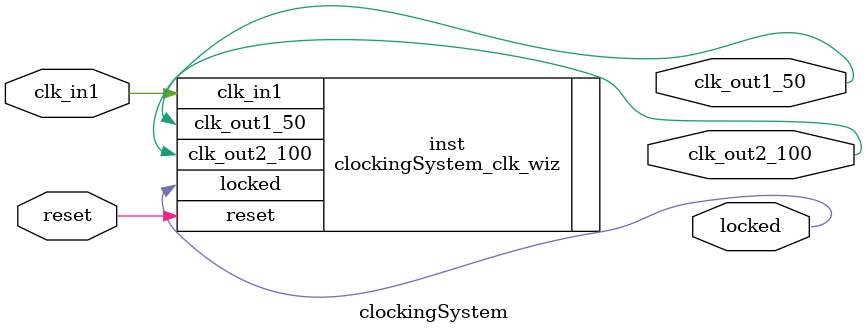
<source format=v>


`timescale 1ps/1ps

(* CORE_GENERATION_INFO = "clockingSystem,clk_wiz_v6_0_13_0_0,{component_name=clockingSystem,use_phase_alignment=true,use_min_o_jitter=false,use_max_i_jitter=false,use_dyn_phase_shift=false,use_inclk_switchover=false,use_dyn_reconfig=false,enable_axi=0,feedback_source=FDBK_AUTO,PRIMITIVE=MMCM,num_out_clk=2,clkin1_period=10.000,clkin2_period=10.000,use_power_down=false,use_reset=true,use_locked=true,use_inclk_stopped=false,feedback_type=SINGLE,CLOCK_MGR_TYPE=NA,manual_override=false}" *)

module clockingSystem 
 (
  // Clock out ports
  output        clk_out1_50,
  output        clk_out2_100,
  // Status and control signals
  input         reset,
  output        locked,
 // Clock in ports
  input         clk_in1
 );

  clockingSystem_clk_wiz inst
  (
  // Clock out ports  
  .clk_out1_50(clk_out1_50),
  .clk_out2_100(clk_out2_100),
  // Status and control signals               
  .reset(reset), 
  .locked(locked),
 // Clock in ports
  .clk_in1(clk_in1)
  );

endmodule

</source>
